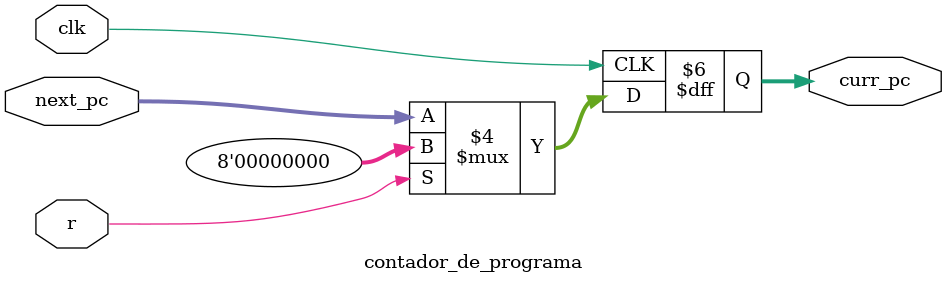
<source format=v>
module contador_de_programa (input wire[7:0] next_pc, input clk, r, output reg[7:0] curr_pc);
    always @(posedge clk) begin
        if (r == 1'b1) begin
            curr_pc <= 8'b0;
        end
        else begin
            curr_pc <= next_pc;
        end
    end
endmodule
</source>
